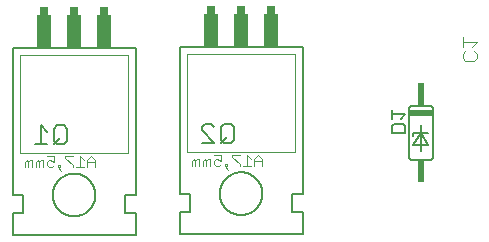
<source format=gbo>
G75*
%MOIN*%
%OFA0B0*%
%FSLAX25Y25*%
%IPPOS*%
%LPD*%
%AMOC8*
5,1,8,0,0,1.08239X$1,22.5*
%
%ADD10C,0.00400*%
%ADD11C,0.00600*%
%ADD12C,0.00200*%
%ADD13C,0.00700*%
%ADD14R,0.03000X0.02500*%
%ADD15R,0.05000X0.11000*%
%ADD16C,0.00500*%
%ADD17R,0.08000X0.02000*%
%ADD18R,0.02000X0.07500*%
D10*
X0115571Y0131587D02*
X0114370Y0132788D01*
X0114970Y0132788D01*
X0114970Y0133388D01*
X0114370Y0133388D01*
X0114370Y0132788D01*
X0113115Y0133388D02*
X0112515Y0132788D01*
X0111314Y0132788D01*
X0110713Y0133388D01*
X0110713Y0134590D01*
X0111314Y0135190D01*
X0111914Y0135190D01*
X0113115Y0134590D01*
X0113115Y0136391D01*
X0110713Y0136391D01*
X0109432Y0135190D02*
X0108831Y0135190D01*
X0108231Y0134590D01*
X0107630Y0135190D01*
X0107030Y0134590D01*
X0107030Y0132788D01*
X0108231Y0132788D02*
X0108231Y0134590D01*
X0109432Y0135190D02*
X0109432Y0132788D01*
X0105749Y0132788D02*
X0105749Y0135190D01*
X0105148Y0135190D01*
X0104548Y0134590D01*
X0103947Y0135190D01*
X0103347Y0134590D01*
X0103347Y0132788D01*
X0104548Y0132788D02*
X0104548Y0134590D01*
X0116852Y0135791D02*
X0119254Y0133388D01*
X0119254Y0132788D01*
X0120535Y0132788D02*
X0122937Y0132788D01*
X0121736Y0132788D02*
X0121736Y0136391D01*
X0122937Y0135190D01*
X0124218Y0135190D02*
X0124218Y0132788D01*
X0124218Y0134590D02*
X0126620Y0134590D01*
X0126620Y0135190D02*
X0126620Y0132788D01*
X0126620Y0135190D02*
X0125419Y0136391D01*
X0124218Y0135190D01*
X0119254Y0136391D02*
X0116852Y0136391D01*
X0116852Y0135791D01*
X0159016Y0135023D02*
X0159016Y0133221D01*
X0160217Y0133221D02*
X0160217Y0135023D01*
X0159617Y0135623D01*
X0159016Y0135023D01*
X0160217Y0135023D02*
X0160818Y0135623D01*
X0161418Y0135623D01*
X0161418Y0133221D01*
X0162699Y0133221D02*
X0162699Y0135023D01*
X0163300Y0135623D01*
X0163900Y0135023D01*
X0163900Y0133221D01*
X0165101Y0133221D02*
X0165101Y0135623D01*
X0164501Y0135623D01*
X0163900Y0135023D01*
X0166382Y0135023D02*
X0166983Y0135623D01*
X0167583Y0135623D01*
X0168784Y0135023D01*
X0168784Y0136824D01*
X0166382Y0136824D01*
X0166382Y0135023D02*
X0166382Y0133822D01*
X0166983Y0133221D01*
X0168184Y0133221D01*
X0168784Y0133822D01*
X0170039Y0133822D02*
X0170639Y0133822D01*
X0170639Y0133221D01*
X0170039Y0133221D01*
X0170039Y0133822D01*
X0170039Y0133221D02*
X0171240Y0132020D01*
X0174923Y0133221D02*
X0174923Y0133822D01*
X0172521Y0136224D01*
X0172521Y0136824D01*
X0174923Y0136824D01*
X0177405Y0136824D02*
X0177405Y0133221D01*
X0178606Y0133221D02*
X0176204Y0133221D01*
X0178606Y0135623D02*
X0177405Y0136824D01*
X0179887Y0135623D02*
X0179887Y0133221D01*
X0179887Y0135023D02*
X0182289Y0135023D01*
X0182289Y0135623D02*
X0182289Y0133221D01*
X0182289Y0135623D02*
X0181088Y0136824D01*
X0179887Y0135623D01*
X0249378Y0169131D02*
X0249378Y0170666D01*
X0250146Y0171433D01*
X0249378Y0172968D02*
X0249378Y0176037D01*
X0249378Y0174502D02*
X0253982Y0174502D01*
X0252448Y0172968D01*
X0253215Y0171433D02*
X0253982Y0170666D01*
X0253982Y0169131D01*
X0253215Y0168364D01*
X0250146Y0168364D01*
X0249378Y0169131D01*
D11*
X0099266Y0117588D02*
X0099266Y0110088D01*
X0140266Y0110088D01*
X0140266Y0117588D01*
X0136766Y0117588D01*
X0136766Y0123588D01*
X0140266Y0123588D01*
X0140266Y0172588D01*
X0099266Y0172588D01*
X0099266Y0123588D01*
X0102766Y0123588D01*
X0102766Y0117588D01*
X0099266Y0117588D01*
X0112666Y0123588D02*
X0112668Y0123762D01*
X0112675Y0123936D01*
X0112685Y0124110D01*
X0112700Y0124284D01*
X0112719Y0124457D01*
X0112743Y0124630D01*
X0112771Y0124802D01*
X0112802Y0124973D01*
X0112839Y0125144D01*
X0112879Y0125313D01*
X0112923Y0125482D01*
X0112972Y0125649D01*
X0113024Y0125815D01*
X0113081Y0125980D01*
X0113142Y0126143D01*
X0113206Y0126305D01*
X0113275Y0126465D01*
X0113348Y0126624D01*
X0113424Y0126780D01*
X0113504Y0126935D01*
X0113588Y0127088D01*
X0113676Y0127238D01*
X0113768Y0127386D01*
X0113863Y0127533D01*
X0113961Y0127676D01*
X0114063Y0127817D01*
X0114169Y0127956D01*
X0114278Y0128092D01*
X0114390Y0128226D01*
X0114505Y0128356D01*
X0114624Y0128484D01*
X0114746Y0128608D01*
X0114870Y0128730D01*
X0114998Y0128849D01*
X0115128Y0128964D01*
X0115262Y0129076D01*
X0115398Y0129185D01*
X0115537Y0129291D01*
X0115678Y0129393D01*
X0115821Y0129491D01*
X0115968Y0129586D01*
X0116116Y0129678D01*
X0116266Y0129766D01*
X0116419Y0129850D01*
X0116574Y0129930D01*
X0116730Y0130006D01*
X0116889Y0130079D01*
X0117049Y0130148D01*
X0117211Y0130212D01*
X0117374Y0130273D01*
X0117539Y0130330D01*
X0117705Y0130382D01*
X0117872Y0130431D01*
X0118041Y0130475D01*
X0118210Y0130515D01*
X0118381Y0130552D01*
X0118552Y0130583D01*
X0118724Y0130611D01*
X0118897Y0130635D01*
X0119070Y0130654D01*
X0119244Y0130669D01*
X0119418Y0130679D01*
X0119592Y0130686D01*
X0119766Y0130688D01*
X0119940Y0130686D01*
X0120114Y0130679D01*
X0120288Y0130669D01*
X0120462Y0130654D01*
X0120635Y0130635D01*
X0120808Y0130611D01*
X0120980Y0130583D01*
X0121151Y0130552D01*
X0121322Y0130515D01*
X0121491Y0130475D01*
X0121660Y0130431D01*
X0121827Y0130382D01*
X0121993Y0130330D01*
X0122158Y0130273D01*
X0122321Y0130212D01*
X0122483Y0130148D01*
X0122643Y0130079D01*
X0122802Y0130006D01*
X0122958Y0129930D01*
X0123113Y0129850D01*
X0123266Y0129766D01*
X0123416Y0129678D01*
X0123564Y0129586D01*
X0123711Y0129491D01*
X0123854Y0129393D01*
X0123995Y0129291D01*
X0124134Y0129185D01*
X0124270Y0129076D01*
X0124404Y0128964D01*
X0124534Y0128849D01*
X0124662Y0128730D01*
X0124786Y0128608D01*
X0124908Y0128484D01*
X0125027Y0128356D01*
X0125142Y0128226D01*
X0125254Y0128092D01*
X0125363Y0127956D01*
X0125469Y0127817D01*
X0125571Y0127676D01*
X0125669Y0127533D01*
X0125764Y0127386D01*
X0125856Y0127238D01*
X0125944Y0127088D01*
X0126028Y0126935D01*
X0126108Y0126780D01*
X0126184Y0126624D01*
X0126257Y0126465D01*
X0126326Y0126305D01*
X0126390Y0126143D01*
X0126451Y0125980D01*
X0126508Y0125815D01*
X0126560Y0125649D01*
X0126609Y0125482D01*
X0126653Y0125313D01*
X0126693Y0125144D01*
X0126730Y0124973D01*
X0126761Y0124802D01*
X0126789Y0124630D01*
X0126813Y0124457D01*
X0126832Y0124284D01*
X0126847Y0124110D01*
X0126857Y0123936D01*
X0126864Y0123762D01*
X0126866Y0123588D01*
X0126864Y0123414D01*
X0126857Y0123240D01*
X0126847Y0123066D01*
X0126832Y0122892D01*
X0126813Y0122719D01*
X0126789Y0122546D01*
X0126761Y0122374D01*
X0126730Y0122203D01*
X0126693Y0122032D01*
X0126653Y0121863D01*
X0126609Y0121694D01*
X0126560Y0121527D01*
X0126508Y0121361D01*
X0126451Y0121196D01*
X0126390Y0121033D01*
X0126326Y0120871D01*
X0126257Y0120711D01*
X0126184Y0120552D01*
X0126108Y0120396D01*
X0126028Y0120241D01*
X0125944Y0120088D01*
X0125856Y0119938D01*
X0125764Y0119790D01*
X0125669Y0119643D01*
X0125571Y0119500D01*
X0125469Y0119359D01*
X0125363Y0119220D01*
X0125254Y0119084D01*
X0125142Y0118950D01*
X0125027Y0118820D01*
X0124908Y0118692D01*
X0124786Y0118568D01*
X0124662Y0118446D01*
X0124534Y0118327D01*
X0124404Y0118212D01*
X0124270Y0118100D01*
X0124134Y0117991D01*
X0123995Y0117885D01*
X0123854Y0117783D01*
X0123711Y0117685D01*
X0123564Y0117590D01*
X0123416Y0117498D01*
X0123266Y0117410D01*
X0123113Y0117326D01*
X0122958Y0117246D01*
X0122802Y0117170D01*
X0122643Y0117097D01*
X0122483Y0117028D01*
X0122321Y0116964D01*
X0122158Y0116903D01*
X0121993Y0116846D01*
X0121827Y0116794D01*
X0121660Y0116745D01*
X0121491Y0116701D01*
X0121322Y0116661D01*
X0121151Y0116624D01*
X0120980Y0116593D01*
X0120808Y0116565D01*
X0120635Y0116541D01*
X0120462Y0116522D01*
X0120288Y0116507D01*
X0120114Y0116497D01*
X0119940Y0116490D01*
X0119766Y0116488D01*
X0119592Y0116490D01*
X0119418Y0116497D01*
X0119244Y0116507D01*
X0119070Y0116522D01*
X0118897Y0116541D01*
X0118724Y0116565D01*
X0118552Y0116593D01*
X0118381Y0116624D01*
X0118210Y0116661D01*
X0118041Y0116701D01*
X0117872Y0116745D01*
X0117705Y0116794D01*
X0117539Y0116846D01*
X0117374Y0116903D01*
X0117211Y0116964D01*
X0117049Y0117028D01*
X0116889Y0117097D01*
X0116730Y0117170D01*
X0116574Y0117246D01*
X0116419Y0117326D01*
X0116266Y0117410D01*
X0116116Y0117498D01*
X0115968Y0117590D01*
X0115821Y0117685D01*
X0115678Y0117783D01*
X0115537Y0117885D01*
X0115398Y0117991D01*
X0115262Y0118100D01*
X0115128Y0118212D01*
X0114998Y0118327D01*
X0114870Y0118446D01*
X0114746Y0118568D01*
X0114624Y0118692D01*
X0114505Y0118820D01*
X0114390Y0118950D01*
X0114278Y0119084D01*
X0114169Y0119220D01*
X0114063Y0119359D01*
X0113961Y0119500D01*
X0113863Y0119643D01*
X0113768Y0119790D01*
X0113676Y0119938D01*
X0113588Y0120088D01*
X0113504Y0120241D01*
X0113424Y0120396D01*
X0113348Y0120552D01*
X0113275Y0120711D01*
X0113206Y0120871D01*
X0113142Y0121033D01*
X0113081Y0121196D01*
X0113024Y0121361D01*
X0112972Y0121527D01*
X0112923Y0121694D01*
X0112879Y0121863D01*
X0112839Y0122032D01*
X0112802Y0122203D01*
X0112771Y0122374D01*
X0112743Y0122546D01*
X0112719Y0122719D01*
X0112700Y0122892D01*
X0112685Y0123066D01*
X0112675Y0123240D01*
X0112668Y0123414D01*
X0112666Y0123588D01*
X0154935Y0124021D02*
X0158435Y0124021D01*
X0158435Y0118021D01*
X0154935Y0118021D01*
X0154935Y0110521D01*
X0195935Y0110521D01*
X0195935Y0118021D01*
X0192435Y0118021D01*
X0192435Y0124021D01*
X0195935Y0124021D01*
X0195935Y0173021D01*
X0154935Y0173021D01*
X0154935Y0124021D01*
X0168335Y0124021D02*
X0168337Y0124195D01*
X0168344Y0124369D01*
X0168354Y0124543D01*
X0168369Y0124717D01*
X0168388Y0124890D01*
X0168412Y0125063D01*
X0168440Y0125235D01*
X0168471Y0125406D01*
X0168508Y0125577D01*
X0168548Y0125746D01*
X0168592Y0125915D01*
X0168641Y0126082D01*
X0168693Y0126248D01*
X0168750Y0126413D01*
X0168811Y0126576D01*
X0168875Y0126738D01*
X0168944Y0126898D01*
X0169017Y0127057D01*
X0169093Y0127213D01*
X0169173Y0127368D01*
X0169257Y0127521D01*
X0169345Y0127671D01*
X0169437Y0127819D01*
X0169532Y0127966D01*
X0169630Y0128109D01*
X0169732Y0128250D01*
X0169838Y0128389D01*
X0169947Y0128525D01*
X0170059Y0128659D01*
X0170174Y0128789D01*
X0170293Y0128917D01*
X0170415Y0129041D01*
X0170539Y0129163D01*
X0170667Y0129282D01*
X0170797Y0129397D01*
X0170931Y0129509D01*
X0171067Y0129618D01*
X0171206Y0129724D01*
X0171347Y0129826D01*
X0171490Y0129924D01*
X0171637Y0130019D01*
X0171785Y0130111D01*
X0171935Y0130199D01*
X0172088Y0130283D01*
X0172243Y0130363D01*
X0172399Y0130439D01*
X0172558Y0130512D01*
X0172718Y0130581D01*
X0172880Y0130645D01*
X0173043Y0130706D01*
X0173208Y0130763D01*
X0173374Y0130815D01*
X0173541Y0130864D01*
X0173710Y0130908D01*
X0173879Y0130948D01*
X0174050Y0130985D01*
X0174221Y0131016D01*
X0174393Y0131044D01*
X0174566Y0131068D01*
X0174739Y0131087D01*
X0174913Y0131102D01*
X0175087Y0131112D01*
X0175261Y0131119D01*
X0175435Y0131121D01*
X0175609Y0131119D01*
X0175783Y0131112D01*
X0175957Y0131102D01*
X0176131Y0131087D01*
X0176304Y0131068D01*
X0176477Y0131044D01*
X0176649Y0131016D01*
X0176820Y0130985D01*
X0176991Y0130948D01*
X0177160Y0130908D01*
X0177329Y0130864D01*
X0177496Y0130815D01*
X0177662Y0130763D01*
X0177827Y0130706D01*
X0177990Y0130645D01*
X0178152Y0130581D01*
X0178312Y0130512D01*
X0178471Y0130439D01*
X0178627Y0130363D01*
X0178782Y0130283D01*
X0178935Y0130199D01*
X0179085Y0130111D01*
X0179233Y0130019D01*
X0179380Y0129924D01*
X0179523Y0129826D01*
X0179664Y0129724D01*
X0179803Y0129618D01*
X0179939Y0129509D01*
X0180073Y0129397D01*
X0180203Y0129282D01*
X0180331Y0129163D01*
X0180455Y0129041D01*
X0180577Y0128917D01*
X0180696Y0128789D01*
X0180811Y0128659D01*
X0180923Y0128525D01*
X0181032Y0128389D01*
X0181138Y0128250D01*
X0181240Y0128109D01*
X0181338Y0127966D01*
X0181433Y0127819D01*
X0181525Y0127671D01*
X0181613Y0127521D01*
X0181697Y0127368D01*
X0181777Y0127213D01*
X0181853Y0127057D01*
X0181926Y0126898D01*
X0181995Y0126738D01*
X0182059Y0126576D01*
X0182120Y0126413D01*
X0182177Y0126248D01*
X0182229Y0126082D01*
X0182278Y0125915D01*
X0182322Y0125746D01*
X0182362Y0125577D01*
X0182399Y0125406D01*
X0182430Y0125235D01*
X0182458Y0125063D01*
X0182482Y0124890D01*
X0182501Y0124717D01*
X0182516Y0124543D01*
X0182526Y0124369D01*
X0182533Y0124195D01*
X0182535Y0124021D01*
X0182533Y0123847D01*
X0182526Y0123673D01*
X0182516Y0123499D01*
X0182501Y0123325D01*
X0182482Y0123152D01*
X0182458Y0122979D01*
X0182430Y0122807D01*
X0182399Y0122636D01*
X0182362Y0122465D01*
X0182322Y0122296D01*
X0182278Y0122127D01*
X0182229Y0121960D01*
X0182177Y0121794D01*
X0182120Y0121629D01*
X0182059Y0121466D01*
X0181995Y0121304D01*
X0181926Y0121144D01*
X0181853Y0120985D01*
X0181777Y0120829D01*
X0181697Y0120674D01*
X0181613Y0120521D01*
X0181525Y0120371D01*
X0181433Y0120223D01*
X0181338Y0120076D01*
X0181240Y0119933D01*
X0181138Y0119792D01*
X0181032Y0119653D01*
X0180923Y0119517D01*
X0180811Y0119383D01*
X0180696Y0119253D01*
X0180577Y0119125D01*
X0180455Y0119001D01*
X0180331Y0118879D01*
X0180203Y0118760D01*
X0180073Y0118645D01*
X0179939Y0118533D01*
X0179803Y0118424D01*
X0179664Y0118318D01*
X0179523Y0118216D01*
X0179380Y0118118D01*
X0179233Y0118023D01*
X0179085Y0117931D01*
X0178935Y0117843D01*
X0178782Y0117759D01*
X0178627Y0117679D01*
X0178471Y0117603D01*
X0178312Y0117530D01*
X0178152Y0117461D01*
X0177990Y0117397D01*
X0177827Y0117336D01*
X0177662Y0117279D01*
X0177496Y0117227D01*
X0177329Y0117178D01*
X0177160Y0117134D01*
X0176991Y0117094D01*
X0176820Y0117057D01*
X0176649Y0117026D01*
X0176477Y0116998D01*
X0176304Y0116974D01*
X0176131Y0116955D01*
X0175957Y0116940D01*
X0175783Y0116930D01*
X0175609Y0116923D01*
X0175435Y0116921D01*
X0175261Y0116923D01*
X0175087Y0116930D01*
X0174913Y0116940D01*
X0174739Y0116955D01*
X0174566Y0116974D01*
X0174393Y0116998D01*
X0174221Y0117026D01*
X0174050Y0117057D01*
X0173879Y0117094D01*
X0173710Y0117134D01*
X0173541Y0117178D01*
X0173374Y0117227D01*
X0173208Y0117279D01*
X0173043Y0117336D01*
X0172880Y0117397D01*
X0172718Y0117461D01*
X0172558Y0117530D01*
X0172399Y0117603D01*
X0172243Y0117679D01*
X0172088Y0117759D01*
X0171935Y0117843D01*
X0171785Y0117931D01*
X0171637Y0118023D01*
X0171490Y0118118D01*
X0171347Y0118216D01*
X0171206Y0118318D01*
X0171067Y0118424D01*
X0170931Y0118533D01*
X0170797Y0118645D01*
X0170667Y0118760D01*
X0170539Y0118879D01*
X0170415Y0119001D01*
X0170293Y0119125D01*
X0170174Y0119253D01*
X0170059Y0119383D01*
X0169947Y0119517D01*
X0169838Y0119653D01*
X0169732Y0119792D01*
X0169630Y0119933D01*
X0169532Y0120076D01*
X0169437Y0120223D01*
X0169345Y0120371D01*
X0169257Y0120521D01*
X0169173Y0120674D01*
X0169093Y0120829D01*
X0169017Y0120985D01*
X0168944Y0121144D01*
X0168875Y0121304D01*
X0168811Y0121466D01*
X0168750Y0121629D01*
X0168693Y0121794D01*
X0168641Y0121960D01*
X0168592Y0122127D01*
X0168548Y0122296D01*
X0168508Y0122465D01*
X0168471Y0122636D01*
X0168440Y0122807D01*
X0168412Y0122979D01*
X0168388Y0123152D01*
X0168369Y0123325D01*
X0168354Y0123499D01*
X0168344Y0123673D01*
X0168337Y0123847D01*
X0168335Y0124021D01*
X0231396Y0136298D02*
X0231396Y0152298D01*
X0231398Y0152358D01*
X0231403Y0152419D01*
X0231412Y0152478D01*
X0231425Y0152537D01*
X0231441Y0152596D01*
X0231461Y0152653D01*
X0231484Y0152708D01*
X0231511Y0152763D01*
X0231540Y0152815D01*
X0231573Y0152866D01*
X0231609Y0152915D01*
X0231647Y0152961D01*
X0231689Y0153005D01*
X0231733Y0153047D01*
X0231779Y0153085D01*
X0231828Y0153121D01*
X0231879Y0153154D01*
X0231931Y0153183D01*
X0231986Y0153210D01*
X0232041Y0153233D01*
X0232098Y0153253D01*
X0232157Y0153269D01*
X0232216Y0153282D01*
X0232275Y0153291D01*
X0232336Y0153296D01*
X0232396Y0153298D01*
X0238396Y0153298D01*
X0238456Y0153296D01*
X0238517Y0153291D01*
X0238576Y0153282D01*
X0238635Y0153269D01*
X0238694Y0153253D01*
X0238751Y0153233D01*
X0238806Y0153210D01*
X0238861Y0153183D01*
X0238913Y0153154D01*
X0238964Y0153121D01*
X0239013Y0153085D01*
X0239059Y0153047D01*
X0239103Y0153005D01*
X0239145Y0152961D01*
X0239183Y0152915D01*
X0239219Y0152866D01*
X0239252Y0152815D01*
X0239281Y0152763D01*
X0239308Y0152708D01*
X0239331Y0152653D01*
X0239351Y0152596D01*
X0239367Y0152537D01*
X0239380Y0152478D01*
X0239389Y0152419D01*
X0239394Y0152358D01*
X0239396Y0152298D01*
X0239396Y0136298D01*
X0239394Y0136238D01*
X0239389Y0136177D01*
X0239380Y0136118D01*
X0239367Y0136059D01*
X0239351Y0136000D01*
X0239331Y0135943D01*
X0239308Y0135888D01*
X0239281Y0135833D01*
X0239252Y0135781D01*
X0239219Y0135730D01*
X0239183Y0135681D01*
X0239145Y0135635D01*
X0239103Y0135591D01*
X0239059Y0135549D01*
X0239013Y0135511D01*
X0238964Y0135475D01*
X0238913Y0135442D01*
X0238861Y0135413D01*
X0238806Y0135386D01*
X0238751Y0135363D01*
X0238694Y0135343D01*
X0238635Y0135327D01*
X0238576Y0135314D01*
X0238517Y0135305D01*
X0238456Y0135300D01*
X0238396Y0135298D01*
X0232396Y0135298D01*
X0232336Y0135300D01*
X0232275Y0135305D01*
X0232216Y0135314D01*
X0232157Y0135327D01*
X0232098Y0135343D01*
X0232041Y0135363D01*
X0231986Y0135386D01*
X0231931Y0135413D01*
X0231879Y0135442D01*
X0231828Y0135475D01*
X0231779Y0135511D01*
X0231733Y0135549D01*
X0231689Y0135591D01*
X0231647Y0135635D01*
X0231609Y0135681D01*
X0231573Y0135730D01*
X0231540Y0135781D01*
X0231511Y0135833D01*
X0231484Y0135888D01*
X0231461Y0135943D01*
X0231441Y0136000D01*
X0231425Y0136059D01*
X0231412Y0136118D01*
X0231403Y0136177D01*
X0231398Y0136238D01*
X0231396Y0136298D01*
X0232896Y0140298D02*
X0235396Y0144298D01*
X0232896Y0144298D01*
X0232896Y0143298D01*
X0235396Y0144298D02*
X0235396Y0138298D01*
X0232896Y0140298D02*
X0237896Y0140298D01*
X0235396Y0144298D01*
X0237896Y0144298D01*
X0235396Y0144298D02*
X0235396Y0146798D01*
D12*
X0193435Y0138021D02*
X0157435Y0138021D01*
X0157435Y0170521D01*
X0193435Y0170521D01*
X0193435Y0138021D01*
X0137766Y0137588D02*
X0101766Y0137588D01*
X0101766Y0170088D01*
X0137766Y0170088D01*
X0137766Y0137588D01*
D13*
X0117307Y0141489D02*
X0116256Y0140438D01*
X0114154Y0140438D01*
X0113103Y0141489D01*
X0113103Y0145692D01*
X0114154Y0146743D01*
X0116256Y0146743D01*
X0117307Y0145692D01*
X0117307Y0141489D01*
X0115205Y0142540D02*
X0113103Y0140438D01*
X0110861Y0140438D02*
X0106658Y0140438D01*
X0108759Y0140438D02*
X0108759Y0146743D01*
X0110861Y0144642D01*
X0162327Y0145075D02*
X0162327Y0146126D01*
X0163378Y0147176D01*
X0165480Y0147176D01*
X0166530Y0146126D01*
X0168772Y0146126D02*
X0168772Y0141922D01*
X0169823Y0140871D01*
X0171925Y0140871D01*
X0172976Y0141922D01*
X0172976Y0146126D01*
X0171925Y0147176D01*
X0169823Y0147176D01*
X0168772Y0146126D01*
X0170874Y0142973D02*
X0168772Y0140871D01*
X0166530Y0140871D02*
X0162327Y0145075D01*
X0162327Y0140871D02*
X0166530Y0140871D01*
D14*
X0165435Y0185271D03*
X0175435Y0185271D03*
X0185435Y0185271D03*
X0129766Y0184838D03*
X0119766Y0184838D03*
X0109766Y0184838D03*
D15*
X0109766Y0178088D03*
X0119766Y0178088D03*
X0129766Y0178088D03*
X0165435Y0178521D03*
X0175435Y0178521D03*
X0185435Y0178521D03*
D16*
X0225646Y0151946D02*
X0225646Y0148944D01*
X0225646Y0150445D02*
X0230150Y0150445D01*
X0228649Y0148944D01*
X0229399Y0147343D02*
X0230150Y0146592D01*
X0230150Y0144340D01*
X0225646Y0144340D01*
X0225646Y0146592D01*
X0226397Y0147343D01*
X0229399Y0147343D01*
D17*
X0235396Y0150798D03*
D18*
X0235396Y0157048D03*
X0235396Y0131548D03*
M02*

</source>
